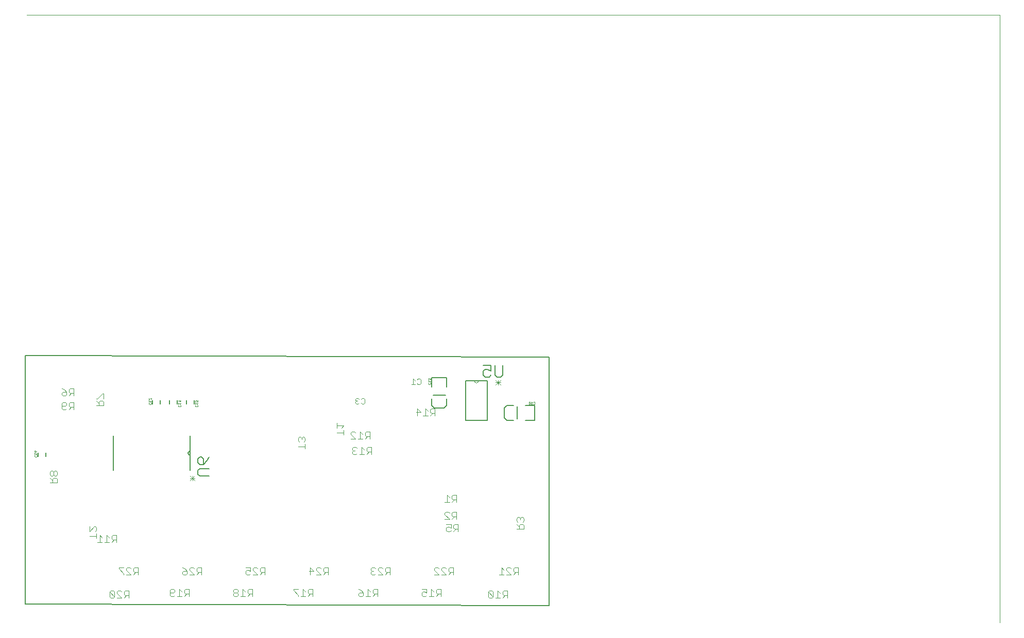
<source format=gbo>
G75*
%MOIN*%
%OFA0B0*%
%FSLAX24Y24*%
%IPPOS*%
%LPD*%
%AMOC8*
5,1,8,0,0,1.08239X$1,22.5*
%
%ADD10C,0.0000*%
%ADD11C,0.0080*%
%ADD12C,0.0040*%
%ADD13C,0.0030*%
%ADD14C,0.0060*%
%ADD15C,0.0010*%
%ADD16C,0.0050*%
D10*
X030323Y016120D02*
X030325Y016099D01*
X030330Y016079D01*
X030339Y016060D01*
X030351Y016043D01*
X030366Y016028D01*
X030383Y016016D01*
X030402Y016007D01*
X030422Y016002D01*
X030443Y016000D01*
X030464Y016002D01*
X030484Y016007D01*
X030503Y016016D01*
X030520Y016028D01*
X030535Y016043D01*
X030547Y016060D01*
X030556Y016079D01*
X030561Y016099D01*
X030563Y016120D01*
X064335Y000440D02*
X064335Y039810D01*
X001343Y039810D01*
D11*
X001243Y001640D02*
X035143Y001540D01*
X035143Y017640D01*
X001243Y017740D01*
X001243Y001640D01*
X012423Y010063D02*
X012547Y009940D01*
X013164Y009940D01*
X012423Y010063D02*
X012423Y010310D01*
X012547Y010434D01*
X013164Y010434D01*
X012794Y010695D02*
X012794Y011065D01*
X012670Y011189D01*
X012547Y011189D01*
X012423Y011065D01*
X012423Y010818D01*
X012547Y010695D01*
X012794Y010695D01*
X013041Y010942D01*
X013164Y011189D01*
X027571Y014513D02*
X027571Y014946D01*
X027571Y014513D02*
X027728Y014356D01*
X028358Y014356D01*
X028516Y014513D01*
X028516Y014946D01*
X028516Y015734D02*
X028516Y016324D01*
X027571Y016324D01*
X027571Y015734D01*
X030905Y016493D02*
X031028Y016370D01*
X031275Y016370D01*
X031398Y016493D01*
X031398Y016740D02*
X031151Y016864D01*
X031028Y016864D01*
X030905Y016740D01*
X030905Y016493D01*
X031398Y016740D02*
X031398Y017111D01*
X030905Y017111D01*
X031660Y017111D02*
X031660Y016493D01*
X031783Y016370D01*
X032030Y016370D01*
X032153Y016493D01*
X032153Y017111D01*
X032417Y014512D02*
X032850Y014512D01*
X032417Y014512D02*
X032259Y014355D01*
X032259Y013725D01*
X032417Y013568D01*
X032850Y013568D01*
X033637Y013568D02*
X034228Y013568D01*
X034228Y014512D01*
X033637Y014512D01*
D12*
X027773Y014320D02*
X027773Y013860D01*
X027773Y014013D02*
X027543Y014013D01*
X027466Y014090D01*
X027466Y014244D01*
X027543Y014320D01*
X027773Y014320D01*
X027620Y014013D02*
X027466Y013860D01*
X027313Y013860D02*
X027006Y013860D01*
X027159Y013860D02*
X027159Y014320D01*
X027313Y014167D01*
X026853Y014090D02*
X026546Y014090D01*
X026622Y013860D02*
X026622Y014320D01*
X026853Y014090D01*
X023555Y012820D02*
X023555Y012360D01*
X023555Y012513D02*
X023324Y012513D01*
X023248Y012590D01*
X023248Y012744D01*
X023324Y012820D01*
X023555Y012820D01*
X023401Y012513D02*
X023248Y012360D01*
X023094Y012360D02*
X022787Y012360D01*
X022634Y012360D02*
X022327Y012667D01*
X022327Y012744D01*
X022404Y012820D01*
X022557Y012820D01*
X022634Y012744D01*
X022941Y012820D02*
X023094Y012667D01*
X022941Y012820D02*
X022941Y012360D01*
X022634Y012360D02*
X022327Y012360D01*
X021874Y012610D02*
X021874Y012917D01*
X021874Y012763D02*
X021413Y012763D01*
X021413Y013070D02*
X021413Y013377D01*
X021413Y013224D02*
X021874Y013224D01*
X021720Y013070D01*
X022504Y011820D02*
X022427Y011744D01*
X022427Y011667D01*
X022504Y011590D01*
X022427Y011513D01*
X022427Y011437D01*
X022504Y011360D01*
X022657Y011360D01*
X022734Y011437D01*
X022887Y011360D02*
X023194Y011360D01*
X023041Y011360D02*
X023041Y011820D01*
X023194Y011667D01*
X023348Y011744D02*
X023348Y011590D01*
X023424Y011513D01*
X023655Y011513D01*
X023655Y011360D02*
X023655Y011820D01*
X023424Y011820D01*
X023348Y011744D01*
X023501Y011513D02*
X023348Y011360D01*
X022734Y011744D02*
X022657Y011820D01*
X022504Y011820D01*
X022504Y011590D02*
X022580Y011590D01*
X019374Y011710D02*
X019374Y012017D01*
X019374Y011863D02*
X018913Y011863D01*
X018990Y012170D02*
X018913Y012247D01*
X018913Y012401D01*
X018990Y012477D01*
X019067Y012477D01*
X019144Y012401D01*
X019144Y012324D01*
X019144Y012401D02*
X019220Y012477D01*
X019297Y012477D01*
X019374Y012401D01*
X019374Y012247D01*
X019297Y012170D01*
X028559Y008720D02*
X028559Y008260D01*
X028406Y008260D02*
X028713Y008260D01*
X028866Y008260D02*
X029020Y008413D01*
X028943Y008413D02*
X029173Y008413D01*
X029173Y008260D02*
X029173Y008720D01*
X028943Y008720D01*
X028866Y008644D01*
X028866Y008490D01*
X028943Y008413D01*
X028713Y008567D02*
X028559Y008720D01*
X028483Y007620D02*
X028636Y007620D01*
X028713Y007544D01*
X028866Y007544D02*
X028866Y007390D01*
X028943Y007313D01*
X029173Y007313D01*
X029173Y007160D02*
X029173Y007620D01*
X028943Y007620D01*
X028866Y007544D01*
X029020Y007313D02*
X028866Y007160D01*
X028713Y007160D02*
X028406Y007467D01*
X028406Y007544D01*
X028483Y007620D01*
X028406Y007160D02*
X028713Y007160D01*
X028813Y006820D02*
X028813Y006590D01*
X028659Y006667D01*
X028583Y006667D01*
X028506Y006590D01*
X028506Y006437D01*
X028583Y006360D01*
X028736Y006360D01*
X028813Y006437D01*
X028966Y006360D02*
X029120Y006513D01*
X029043Y006513D02*
X029273Y006513D01*
X029273Y006360D02*
X029273Y006820D01*
X029043Y006820D01*
X028966Y006744D01*
X028966Y006590D01*
X029043Y006513D01*
X028813Y006820D02*
X028506Y006820D01*
X028417Y004020D02*
X028264Y004020D01*
X028187Y003944D01*
X028187Y003867D01*
X028494Y003560D01*
X028187Y003560D01*
X028034Y003560D02*
X027727Y003867D01*
X027727Y003944D01*
X027804Y004020D01*
X027957Y004020D01*
X028034Y003944D01*
X028034Y003560D02*
X027727Y003560D01*
X028417Y004020D02*
X028494Y003944D01*
X028648Y003944D02*
X028648Y003790D01*
X028724Y003713D01*
X028955Y003713D01*
X028955Y003560D02*
X028955Y004020D01*
X028724Y004020D01*
X028648Y003944D01*
X028801Y003713D02*
X028648Y003560D01*
X028155Y002620D02*
X027924Y002620D01*
X027848Y002544D01*
X027848Y002390D01*
X027924Y002313D01*
X028155Y002313D01*
X028155Y002160D02*
X028155Y002620D01*
X028001Y002313D02*
X027848Y002160D01*
X027694Y002160D02*
X027387Y002160D01*
X027541Y002160D02*
X027541Y002620D01*
X027694Y002467D01*
X027234Y002390D02*
X027080Y002467D01*
X027004Y002467D01*
X026927Y002390D01*
X026927Y002237D01*
X027004Y002160D01*
X027157Y002160D01*
X027234Y002237D01*
X027234Y002390D02*
X027234Y002620D01*
X026927Y002620D01*
X024855Y003560D02*
X024855Y004020D01*
X024624Y004020D01*
X024548Y003944D01*
X024548Y003790D01*
X024624Y003713D01*
X024855Y003713D01*
X024701Y003713D02*
X024548Y003560D01*
X024394Y003560D02*
X024087Y003867D01*
X024087Y003944D01*
X024164Y004020D01*
X024317Y004020D01*
X024394Y003944D01*
X024394Y003560D02*
X024087Y003560D01*
X023934Y003637D02*
X023857Y003560D01*
X023704Y003560D01*
X023627Y003637D01*
X023627Y003713D01*
X023704Y003790D01*
X023780Y003790D01*
X023704Y003790D02*
X023627Y003867D01*
X023627Y003944D01*
X023704Y004020D01*
X023857Y004020D01*
X023934Y003944D01*
X023824Y002620D02*
X023748Y002544D01*
X023748Y002390D01*
X023824Y002313D01*
X024055Y002313D01*
X024055Y002160D02*
X024055Y002620D01*
X023824Y002620D01*
X023594Y002467D02*
X023441Y002620D01*
X023441Y002160D01*
X023594Y002160D02*
X023287Y002160D01*
X023134Y002237D02*
X023057Y002160D01*
X022904Y002160D01*
X022827Y002237D01*
X022827Y002313D01*
X022904Y002390D01*
X023134Y002390D01*
X023134Y002237D01*
X023134Y002390D02*
X022980Y002544D01*
X022827Y002620D01*
X023748Y002160D02*
X023901Y002313D01*
X020855Y003560D02*
X020855Y004020D01*
X020624Y004020D01*
X020548Y003944D01*
X020548Y003790D01*
X020624Y003713D01*
X020855Y003713D01*
X020701Y003713D02*
X020548Y003560D01*
X020394Y003560D02*
X020087Y003867D01*
X020087Y003944D01*
X020164Y004020D01*
X020317Y004020D01*
X020394Y003944D01*
X020394Y003560D02*
X020087Y003560D01*
X019934Y003790D02*
X019627Y003790D01*
X019704Y003560D02*
X019704Y004020D01*
X019934Y003790D01*
X019855Y002620D02*
X019624Y002620D01*
X019548Y002544D01*
X019548Y002390D01*
X019624Y002313D01*
X019855Y002313D01*
X019855Y002160D02*
X019855Y002620D01*
X019701Y002313D02*
X019548Y002160D01*
X019394Y002160D02*
X019087Y002160D01*
X018934Y002160D02*
X018934Y002237D01*
X018627Y002544D01*
X018627Y002620D01*
X018934Y002620D01*
X019241Y002620D02*
X019241Y002160D01*
X019394Y002467D02*
X019241Y002620D01*
X016755Y003560D02*
X016755Y004020D01*
X016524Y004020D01*
X016448Y003944D01*
X016448Y003790D01*
X016524Y003713D01*
X016755Y003713D01*
X016601Y003713D02*
X016448Y003560D01*
X016294Y003560D02*
X015987Y003867D01*
X015987Y003944D01*
X016064Y004020D01*
X016217Y004020D01*
X016294Y003944D01*
X016294Y003560D02*
X015987Y003560D01*
X015834Y003637D02*
X015757Y003560D01*
X015604Y003560D01*
X015527Y003637D01*
X015527Y003790D01*
X015604Y003867D01*
X015680Y003867D01*
X015834Y003790D01*
X015834Y004020D01*
X015527Y004020D01*
X015341Y002620D02*
X015341Y002160D01*
X015494Y002160D02*
X015187Y002160D01*
X015034Y002237D02*
X015034Y002313D01*
X014957Y002390D01*
X014804Y002390D01*
X014727Y002313D01*
X014727Y002237D01*
X014804Y002160D01*
X014957Y002160D01*
X015034Y002237D01*
X014957Y002390D02*
X015034Y002467D01*
X015034Y002544D01*
X014957Y002620D01*
X014804Y002620D01*
X014727Y002544D01*
X014727Y002467D01*
X014804Y002390D01*
X015341Y002620D02*
X015494Y002467D01*
X015648Y002544D02*
X015648Y002390D01*
X015724Y002313D01*
X015955Y002313D01*
X015955Y002160D02*
X015955Y002620D01*
X015724Y002620D01*
X015648Y002544D01*
X015801Y002313D02*
X015648Y002160D01*
X012655Y003560D02*
X012655Y004020D01*
X012424Y004020D01*
X012348Y003944D01*
X012348Y003790D01*
X012424Y003713D01*
X012655Y003713D01*
X012501Y003713D02*
X012348Y003560D01*
X012194Y003560D02*
X011887Y003867D01*
X011887Y003944D01*
X011964Y004020D01*
X012117Y004020D01*
X012194Y003944D01*
X012194Y003560D02*
X011887Y003560D01*
X011734Y003637D02*
X011657Y003560D01*
X011504Y003560D01*
X011427Y003637D01*
X011427Y003713D01*
X011504Y003790D01*
X011734Y003790D01*
X011734Y003637D01*
X011734Y003790D02*
X011580Y003944D01*
X011427Y004020D01*
X011241Y002620D02*
X011241Y002160D01*
X011394Y002160D02*
X011087Y002160D01*
X010934Y002237D02*
X010857Y002160D01*
X010704Y002160D01*
X010627Y002237D01*
X010627Y002544D01*
X010704Y002620D01*
X010857Y002620D01*
X010934Y002544D01*
X010934Y002467D01*
X010857Y002390D01*
X010627Y002390D01*
X011241Y002620D02*
X011394Y002467D01*
X011548Y002544D02*
X011548Y002390D01*
X011624Y002313D01*
X011855Y002313D01*
X011855Y002160D02*
X011855Y002620D01*
X011624Y002620D01*
X011548Y002544D01*
X011701Y002313D02*
X011548Y002160D01*
X008555Y003560D02*
X008555Y004020D01*
X008324Y004020D01*
X008248Y003944D01*
X008248Y003790D01*
X008324Y003713D01*
X008555Y003713D01*
X008401Y003713D02*
X008248Y003560D01*
X008094Y003560D02*
X007787Y003867D01*
X007787Y003944D01*
X007864Y004020D01*
X008017Y004020D01*
X008094Y003944D01*
X008094Y003560D02*
X007787Y003560D01*
X007634Y003560D02*
X007634Y003637D01*
X007327Y003944D01*
X007327Y004020D01*
X007634Y004020D01*
X007724Y002520D02*
X007648Y002444D01*
X007648Y002290D01*
X007724Y002213D01*
X007955Y002213D01*
X007955Y002060D02*
X007955Y002520D01*
X007724Y002520D01*
X007494Y002444D02*
X007417Y002520D01*
X007264Y002520D01*
X007187Y002444D01*
X007187Y002367D01*
X007494Y002060D01*
X007187Y002060D01*
X007034Y002137D02*
X006727Y002444D01*
X006727Y002137D01*
X006804Y002060D01*
X006957Y002060D01*
X007034Y002137D01*
X007034Y002444D01*
X006957Y002520D01*
X006804Y002520D01*
X006727Y002444D01*
X007648Y002060D02*
X007801Y002213D01*
X007155Y005660D02*
X007155Y006120D01*
X006924Y006120D01*
X006848Y006044D01*
X006848Y005890D01*
X006924Y005813D01*
X007155Y005813D01*
X007001Y005813D02*
X006848Y005660D01*
X006694Y005660D02*
X006387Y005660D01*
X006234Y005660D02*
X005927Y005660D01*
X006080Y005660D02*
X006080Y006120D01*
X006234Y005967D01*
X006541Y006120D02*
X006541Y005660D01*
X006694Y005967D02*
X006541Y006120D01*
X005874Y006063D02*
X005413Y006063D01*
X005413Y006370D02*
X005720Y006677D01*
X005797Y006677D01*
X005874Y006601D01*
X005874Y006447D01*
X005797Y006370D01*
X005874Y006217D02*
X005874Y005910D01*
X005413Y006370D02*
X005413Y006677D01*
X003324Y009510D02*
X002863Y009510D01*
X003017Y009510D02*
X003017Y009740D01*
X003094Y009817D01*
X003247Y009817D01*
X003324Y009740D01*
X003324Y009510D01*
X003017Y009663D02*
X002863Y009817D01*
X002940Y009970D02*
X003017Y009970D01*
X003094Y010047D01*
X003094Y010201D01*
X003017Y010277D01*
X002940Y010277D01*
X002863Y010201D01*
X002863Y010047D01*
X002940Y009970D01*
X003094Y010047D02*
X003170Y009970D01*
X003247Y009970D01*
X003324Y010047D01*
X003324Y010201D01*
X003247Y010277D01*
X003170Y010277D01*
X003094Y010201D01*
X003704Y014260D02*
X003627Y014337D01*
X003627Y014644D01*
X003704Y014720D01*
X003857Y014720D01*
X003934Y014644D01*
X003934Y014567D01*
X003857Y014490D01*
X003627Y014490D01*
X003704Y014260D02*
X003857Y014260D01*
X003934Y014337D01*
X004087Y014260D02*
X004241Y014413D01*
X004164Y014413D02*
X004394Y014413D01*
X004394Y014260D02*
X004394Y014720D01*
X004164Y014720D01*
X004087Y014644D01*
X004087Y014490D01*
X004164Y014413D01*
X004087Y015160D02*
X004241Y015313D01*
X004164Y015313D02*
X004394Y015313D01*
X004394Y015160D02*
X004394Y015620D01*
X004164Y015620D01*
X004087Y015544D01*
X004087Y015390D01*
X004164Y015313D01*
X003934Y015237D02*
X003857Y015160D01*
X003704Y015160D01*
X003627Y015237D01*
X003627Y015313D01*
X003704Y015390D01*
X003934Y015390D01*
X003934Y015237D01*
X003934Y015390D02*
X003780Y015544D01*
X003627Y015620D01*
X005863Y014970D02*
X005940Y014970D01*
X006247Y015277D01*
X006324Y015277D01*
X006324Y014970D01*
X006247Y014817D02*
X006094Y014817D01*
X006017Y014740D01*
X006017Y014510D01*
X006017Y014663D02*
X005863Y014817D01*
X005863Y014510D02*
X006324Y014510D01*
X006324Y014740D01*
X006247Y014817D01*
X031227Y002444D02*
X031534Y002137D01*
X031457Y002060D01*
X031304Y002060D01*
X031227Y002137D01*
X031227Y002444D01*
X031304Y002520D01*
X031457Y002520D01*
X031534Y002444D01*
X031534Y002137D01*
X031687Y002060D02*
X031994Y002060D01*
X031841Y002060D02*
X031841Y002520D01*
X031994Y002367D01*
X032148Y002444D02*
X032148Y002290D01*
X032224Y002213D01*
X032455Y002213D01*
X032455Y002060D02*
X032455Y002520D01*
X032224Y002520D01*
X032148Y002444D01*
X032301Y002213D02*
X032148Y002060D01*
X032080Y003560D02*
X032080Y004020D01*
X032234Y003867D01*
X032387Y003867D02*
X032387Y003944D01*
X032464Y004020D01*
X032617Y004020D01*
X032694Y003944D01*
X032848Y003944D02*
X032848Y003790D01*
X032924Y003713D01*
X033155Y003713D01*
X033155Y003560D02*
X033155Y004020D01*
X032924Y004020D01*
X032848Y003944D01*
X033001Y003713D02*
X032848Y003560D01*
X032694Y003560D02*
X032387Y003867D01*
X032387Y003560D02*
X032694Y003560D01*
X032234Y003560D02*
X031927Y003560D01*
X033063Y006510D02*
X033524Y006510D01*
X033524Y006740D01*
X033447Y006817D01*
X033294Y006817D01*
X033217Y006740D01*
X033217Y006510D01*
X033217Y006663D02*
X033063Y006817D01*
X033140Y006970D02*
X033063Y007047D01*
X033063Y007201D01*
X033140Y007277D01*
X033217Y007277D01*
X033294Y007201D01*
X033294Y007124D01*
X033294Y007201D02*
X033370Y007277D01*
X033447Y007277D01*
X033524Y007201D01*
X033524Y007047D01*
X033447Y006970D01*
D13*
X023235Y014684D02*
X023173Y014622D01*
X023050Y014622D01*
X022988Y014684D01*
X022867Y014684D02*
X022805Y014622D01*
X022682Y014622D01*
X022620Y014684D01*
X022620Y014745D01*
X022682Y014807D01*
X022743Y014807D01*
X022682Y014807D02*
X022620Y014869D01*
X022620Y014931D01*
X022682Y014992D01*
X022805Y014992D01*
X022867Y014931D01*
X022988Y014931D02*
X023050Y014992D01*
X023173Y014992D01*
X023235Y014931D01*
X023235Y014684D01*
X026243Y015888D02*
X026490Y015888D01*
X026367Y015888D02*
X026367Y016258D01*
X026490Y016135D01*
X026611Y016197D02*
X026673Y016258D01*
X026797Y016258D01*
X026858Y016197D01*
X026858Y015950D01*
X026797Y015888D01*
X026673Y015888D01*
X026611Y015950D01*
X031695Y016010D02*
X032008Y016010D01*
X032008Y015853D02*
X031695Y016167D01*
X031852Y016167D02*
X031852Y015853D01*
X031695Y015853D02*
X032008Y016167D01*
X012240Y009959D02*
X011927Y009645D01*
X012084Y009645D02*
X012084Y009959D01*
X011927Y009959D02*
X012240Y009645D01*
X012240Y009802D02*
X011927Y009802D01*
D14*
X011923Y010320D02*
X011923Y011320D01*
X011923Y011560D01*
X011923Y012560D01*
X011923Y011560D02*
X011902Y011558D01*
X011882Y011553D01*
X011863Y011544D01*
X011846Y011532D01*
X011831Y011517D01*
X011819Y011500D01*
X011810Y011481D01*
X011805Y011461D01*
X011803Y011440D01*
X011805Y011419D01*
X011810Y011399D01*
X011819Y011380D01*
X011831Y011363D01*
X011846Y011348D01*
X011863Y011336D01*
X011882Y011327D01*
X011902Y011322D01*
X011923Y011320D01*
X011707Y014622D02*
X011707Y014858D01*
X012180Y014858D02*
X012180Y014622D01*
X011080Y014622D02*
X011080Y014858D01*
X010607Y014858D02*
X010607Y014622D01*
X009980Y014622D02*
X009980Y014858D01*
X009507Y014858D02*
X009507Y014622D01*
X006963Y012560D02*
X006963Y010320D01*
X002580Y011222D02*
X002580Y011458D01*
X002107Y011458D02*
X002107Y011222D01*
X029743Y013560D02*
X029743Y016120D01*
X030323Y016120D01*
X030563Y016120D01*
X031143Y016120D01*
X031143Y013560D01*
X029743Y013560D01*
D15*
X027470Y015903D02*
X027370Y015903D01*
X027345Y015928D01*
X027345Y015978D01*
X027370Y016003D01*
X027345Y016050D02*
X027345Y016150D01*
X027345Y016198D02*
X027345Y016298D01*
X027345Y016248D02*
X027495Y016248D01*
X027445Y016198D01*
X027495Y016100D02*
X027345Y016100D01*
X027445Y016050D02*
X027495Y016100D01*
X027470Y016003D02*
X027495Y015978D01*
X027495Y015928D01*
X027470Y015903D01*
X033844Y014714D02*
X033944Y014614D01*
X033919Y014589D01*
X033869Y014589D01*
X033844Y014614D01*
X033844Y014714D01*
X033869Y014739D01*
X033919Y014739D01*
X033944Y014714D01*
X033944Y014614D01*
X033991Y014589D02*
X034091Y014589D01*
X034041Y014589D02*
X034041Y014739D01*
X034091Y014689D01*
X034138Y014714D02*
X034163Y014739D01*
X034213Y014739D01*
X034238Y014714D01*
X034238Y014614D01*
X034213Y014589D01*
X034163Y014589D01*
X034138Y014614D01*
X012423Y014642D02*
X012273Y014642D01*
X012273Y014592D02*
X012273Y014692D01*
X012298Y014740D02*
X012273Y014765D01*
X012273Y014815D01*
X012298Y014840D01*
X012348Y014840D01*
X012373Y014815D01*
X012373Y014790D01*
X012348Y014740D01*
X012423Y014740D01*
X012423Y014840D01*
X012423Y014642D02*
X012373Y014592D01*
X012398Y014545D02*
X012423Y014520D01*
X012423Y014470D01*
X012398Y014445D01*
X012298Y014445D01*
X012273Y014470D01*
X012273Y014520D01*
X012298Y014545D01*
X011323Y014520D02*
X011323Y014470D01*
X011298Y014445D01*
X011198Y014445D01*
X011173Y014470D01*
X011173Y014520D01*
X011198Y014545D01*
X011173Y014592D02*
X011173Y014692D01*
X011173Y014642D02*
X011323Y014642D01*
X011273Y014592D01*
X011298Y014545D02*
X011323Y014520D01*
X011248Y014740D02*
X011248Y014840D01*
X011173Y014815D02*
X011323Y014815D01*
X011248Y014740D01*
X009413Y014800D02*
X009363Y014750D01*
X009388Y014703D02*
X009413Y014678D01*
X009413Y014628D01*
X009388Y014603D01*
X009288Y014603D01*
X009263Y014628D01*
X009263Y014678D01*
X009288Y014703D01*
X009263Y014750D02*
X009263Y014850D01*
X009263Y014898D02*
X009363Y014998D01*
X009388Y014998D01*
X009413Y014973D01*
X009413Y014923D01*
X009388Y014898D01*
X009413Y014800D02*
X009263Y014800D01*
X009263Y014898D02*
X009263Y014998D01*
X002013Y011598D02*
X001988Y011548D01*
X001938Y011498D01*
X001938Y011573D01*
X001913Y011598D01*
X001888Y011598D01*
X001863Y011573D01*
X001863Y011523D01*
X001888Y011498D01*
X001938Y011498D01*
X001863Y011450D02*
X001863Y011350D01*
X001863Y011400D02*
X002013Y011400D01*
X001963Y011350D01*
X001988Y011303D02*
X002013Y011278D01*
X002013Y011228D01*
X001988Y011203D01*
X001888Y011203D01*
X001863Y011228D01*
X001863Y011278D01*
X001888Y011303D01*
D16*
X027643Y015190D02*
X028443Y015190D01*
X033093Y014440D02*
X033093Y013640D01*
M02*

</source>
